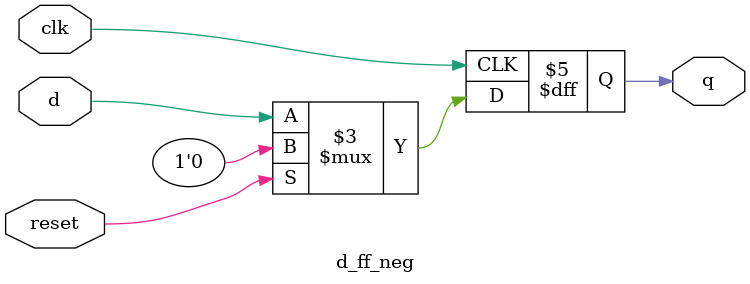
<source format=sv>
module d_ff_neg (q, d, reset, clk);   
    output reg q; 
    input d, reset, clk; 
    
    always_ff @(negedge clk) 
    if (reset) 
        q <= 0;  // On reset, set to 0 
    else 
        q <= d; // Otherwise out = d 
endmodule 
</source>
